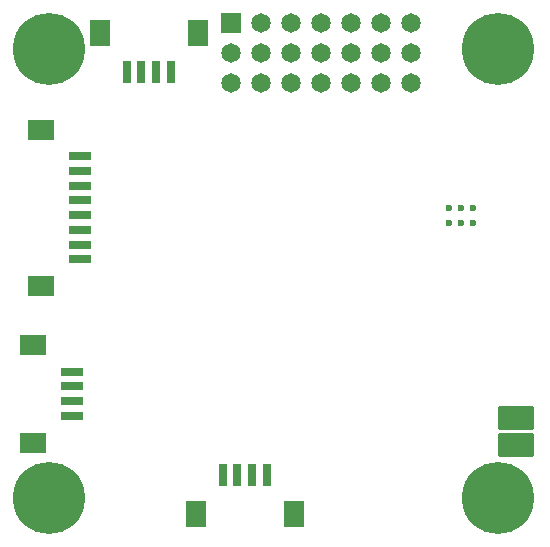
<source format=gbs>
G04*
G04 #@! TF.GenerationSoftware,Altium Limited,Altium Designer,21.0.8 (223)*
G04*
G04 Layer_Color=16711935*
%FSLAX25Y25*%
%MOIN*%
G70*
G04*
G04 #@! TF.SameCoordinates,4FC8230A-67FA-47FE-B716-792534C6144D*
G04*
G04*
G04 #@! TF.FilePolarity,Negative*
G04*
G01*
G75*
G04:AMPARAMS|DCode=58|XSize=122.05mil|YSize=82.68mil|CornerRadius=5.91mil|HoleSize=0mil|Usage=FLASHONLY|Rotation=0.000|XOffset=0mil|YOffset=0mil|HoleType=Round|Shape=RoundedRectangle|*
%AMROUNDEDRECTD58*
21,1,0.12205,0.07087,0,0,0.0*
21,1,0.11024,0.08268,0,0,0.0*
1,1,0.01181,0.05512,-0.03543*
1,1,0.01181,-0.05512,-0.03543*
1,1,0.01181,-0.05512,0.03543*
1,1,0.01181,0.05512,0.03543*
%
%ADD58ROUNDEDRECTD58*%
%ADD59R,0.03150X0.07480*%
%ADD60R,0.06693X0.09055*%
%ADD61R,0.09055X0.06693*%
%ADD62R,0.07480X0.03150*%
%ADD96C,0.03740*%
%ADD97C,0.06500*%
%ADD98R,0.06500X0.06500*%
%ADD99C,0.24016*%
%ADD100C,0.02362*%
D58*
X169500Y31500D02*
D03*
Y40500D02*
D03*
D59*
X54382Y155657D02*
D03*
X49461D02*
D03*
X44539D02*
D03*
X39618D02*
D03*
X71618Y21342D02*
D03*
X76539D02*
D03*
X81461D02*
D03*
X86382D02*
D03*
D60*
X30760Y168650D02*
D03*
X63240D02*
D03*
X95240Y8350D02*
D03*
X62760D02*
D03*
D61*
X8350Y64740D02*
D03*
Y32260D02*
D03*
X11000Y136583D02*
D03*
Y84417D02*
D03*
D62*
X21342Y41118D02*
D03*
Y46039D02*
D03*
Y50961D02*
D03*
Y55882D02*
D03*
X23992Y93276D02*
D03*
Y98197D02*
D03*
Y103118D02*
D03*
Y108039D02*
D03*
Y112961D02*
D03*
Y117882D02*
D03*
Y122803D02*
D03*
Y127724D02*
D03*
D96*
X166500Y31500D02*
D03*
X172500D02*
D03*
Y40500D02*
D03*
X166500D02*
D03*
D97*
X134500Y152000D02*
D03*
Y162000D02*
D03*
Y172000D02*
D03*
X124500Y152000D02*
D03*
Y162000D02*
D03*
Y172000D02*
D03*
X114500Y152000D02*
D03*
Y162000D02*
D03*
Y172000D02*
D03*
X104500Y152000D02*
D03*
Y162000D02*
D03*
Y172000D02*
D03*
X94500Y152000D02*
D03*
Y162000D02*
D03*
Y172000D02*
D03*
X84500Y152000D02*
D03*
Y162000D02*
D03*
Y172000D02*
D03*
X74500Y152000D02*
D03*
Y162000D02*
D03*
D98*
Y172000D02*
D03*
D99*
X13780Y13780D02*
D03*
X163386Y163386D02*
D03*
X13780D02*
D03*
X163386Y13780D02*
D03*
D100*
X147000Y110500D02*
D03*
X151000D02*
D03*
Y105500D02*
D03*
X147000D02*
D03*
X155000Y110500D02*
D03*
Y105500D02*
D03*
M02*

</source>
